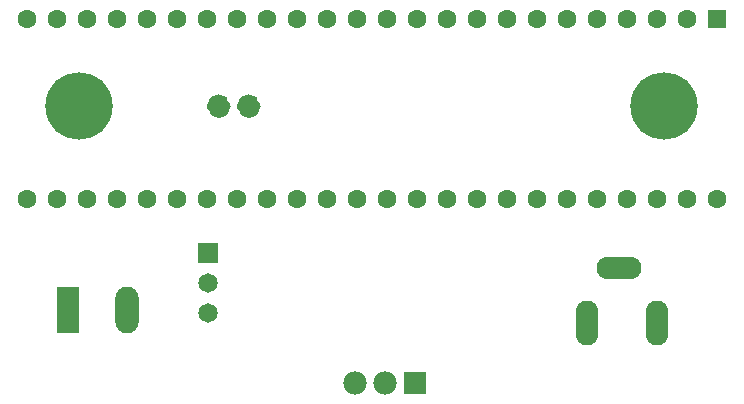
<source format=gbr>
%TF.GenerationSoftware,KiCad,Pcbnew,(5.1.8-0-10_14)*%
%TF.CreationDate,2021-01-27T14:23:45+11:00*%
%TF.ProjectId,Open-JIP(KiCad)_T3.6,4f70656e-2d4a-4495-9028-4b6943616429,rev?*%
%TF.SameCoordinates,Original*%
%TF.FileFunction,Soldermask,Bot*%
%TF.FilePolarity,Negative*%
%FSLAX46Y46*%
G04 Gerber Fmt 4.6, Leading zero omitted, Abs format (unit mm)*
G04 Created by KiCad (PCBNEW (5.1.8-0-10_14)) date 2021-01-27 14:23:45*
%MOMM*%
%LPD*%
G01*
G04 APERTURE LIST*
%ADD10C,1.000000*%
%ADD11C,5.700000*%
%ADD12C,1.600000*%
%ADD13R,1.600000X1.600000*%
%ADD14O,1.900000X3.800000*%
%ADD15O,3.800000X1.900000*%
%ADD16R,1.651000X1.651000*%
%ADD17C,1.651000*%
%ADD18R,1.980000X3.960000*%
%ADD19O,1.980000X3.960000*%
%ADD20R,1.980000X1.980000*%
%ADD21C,1.980000*%
G04 APERTURE END LIST*
D10*
%TO.C,D1*%
X150270000Y-82000000D02*
G75*
G03*
X150270000Y-82000000I-500000J0D01*
G01*
X147730000Y-82000000D02*
G75*
G03*
X147730000Y-82000000I-500000J0D01*
G01*
%TD*%
D11*
%TO.C,REF\u002A\u002A*%
X184912000Y-82000000D03*
%TD*%
D12*
%TO.C,U5*%
X148795001Y-74645001D03*
X146255001Y-74645001D03*
X143715001Y-74645001D03*
X141175001Y-74645001D03*
X151335001Y-74645001D03*
X153875001Y-74645001D03*
X156415001Y-74645001D03*
X138635001Y-74645001D03*
X136095001Y-74645001D03*
X133555001Y-74645001D03*
X131015001Y-74645001D03*
X131015001Y-89885001D03*
X133555001Y-89885001D03*
X136095001Y-89885001D03*
X138635001Y-89885001D03*
X141175001Y-89885001D03*
X143715001Y-89885001D03*
X146255001Y-89885001D03*
X148795001Y-89885001D03*
X158955001Y-74645001D03*
X161495001Y-74645001D03*
X164035001Y-74645001D03*
X166575001Y-74645001D03*
X169115001Y-74645001D03*
X171655001Y-74645001D03*
X174195001Y-74645001D03*
X176735001Y-74645001D03*
X179275001Y-74645001D03*
X181815001Y-74645001D03*
X184355001Y-74645001D03*
X186895001Y-74645001D03*
D13*
X189435001Y-74645001D03*
D12*
X151335001Y-89885001D03*
X153875001Y-89885001D03*
X156415001Y-89885001D03*
X158955001Y-89885001D03*
X161495001Y-89885001D03*
X164035001Y-89885001D03*
X166575001Y-89885001D03*
X169115001Y-89885001D03*
X171655001Y-89885001D03*
X174195001Y-89885001D03*
X176735001Y-89885001D03*
X179275001Y-89885001D03*
X181815001Y-89885001D03*
X184355001Y-89885001D03*
X186895001Y-89885001D03*
X189435001Y-89885001D03*
%TD*%
D11*
%TO.C,REF\u002A\u002A*%
X135382000Y-82000000D03*
%TD*%
D14*
%TO.C,J1*%
X178422000Y-100330000D03*
X184352000Y-100330000D03*
D15*
X181102000Y-95680000D03*
%TD*%
D16*
%TO.C,CR1*%
X146350000Y-94450000D03*
D17*
X146350000Y-96990000D03*
X146350000Y-99530000D03*
%TD*%
D18*
%TO.C,J2*%
X134500000Y-99250000D03*
D19*
X139500000Y-99250000D03*
%TD*%
D20*
%TO.C,U3*%
X163830000Y-105410000D03*
D21*
X161290000Y-105410000D03*
X158750000Y-105410000D03*
%TD*%
M02*

</source>
